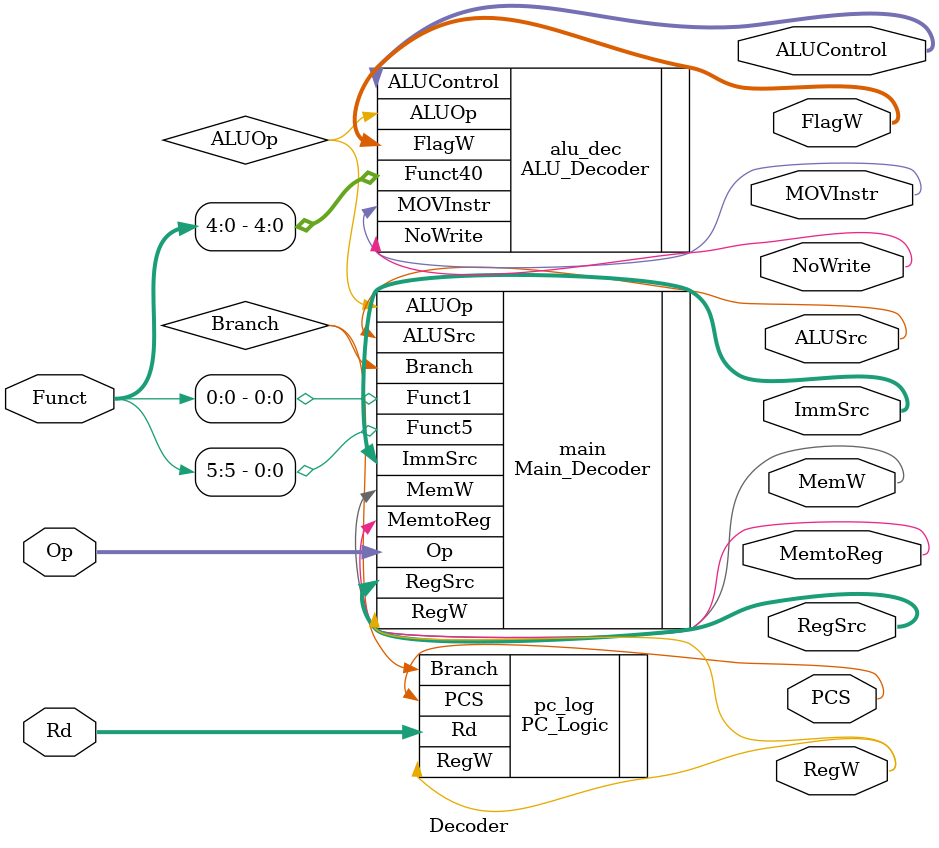
<source format=v>
`timescale 1ns / 1ps
module Decoder(
    input [1:0] Op,
    input [5:0] Funct,
    input [3:0] Rd,
    output wire [1:0] FlagW,
    output wire PCS,
    output wire RegW,
    output wire MemW,
    output wire MemtoReg,
    output wire ALUSrc,
    output wire [1:0] ImmSrc,
    output wire [1:0] RegSrc,
    output wire [1:0] ALUControl,
	 output wire NoWrite,
	 output wire MOVInstr);
	 
	 
	 wire Branch, ALUOp;
	 
	 Main_Decoder main (
		.Op(Op),
		.Funct5(Funct[5]),
		.Funct1(Funct[0]),
		.Branch(Branch),
		.RegW(RegW),
		.MemW(MemW),
		.MemtoReg(MemtoReg),
		.ALUSrc(ALUSrc),
		.ImmSrc(ImmSrc),
		.RegSrc(RegSrc),
		.ALUOp(ALUOp));
	
	 ALU_Decoder alu_dec(
		.Funct40(Funct[4:0]),
		.ALUOp(ALUOp),
		.ALUControl(ALUControl),
		.FlagW(FlagW),
		.NoWrite(NoWrite),
		.MOVInstr(MOVInstr)
    );
	 
	 PC_Logic pc_log(
		.Rd(Rd),
		.Branch(Branch),
		.RegW(RegW),
		.PCS(PCS));
	 
	 


endmodule

</source>
